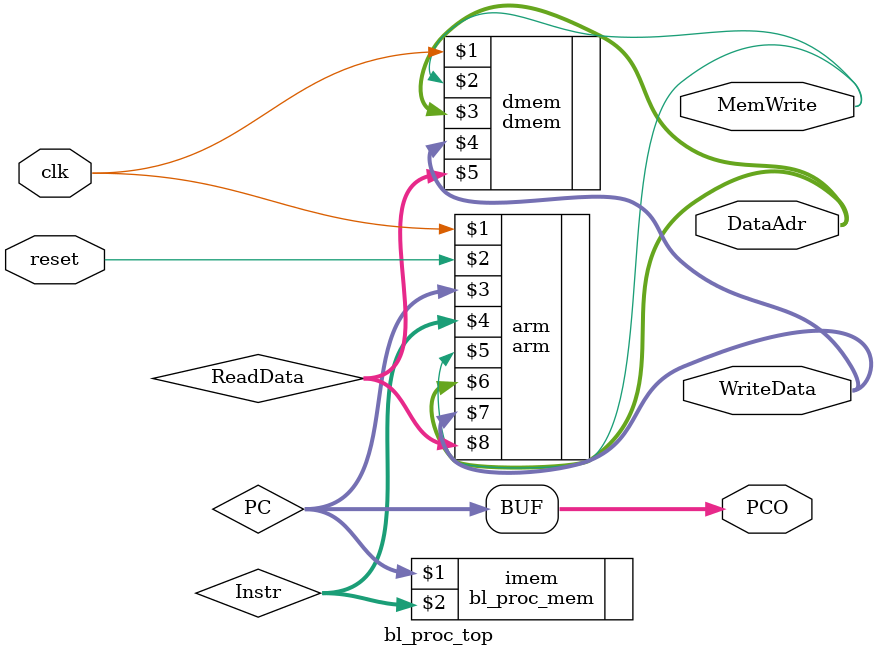
<source format=sv>
module bl_proc_top(
    input  logic clk, reset,
    output logic [31:0] DataAdr,
    output logic [31:0] WriteData,
    output logic MemWrite,
	output logic [31:0] PCO
    );

    logic [31:0] PC, Instr, ReadData;
	
	assign PCO = PC;

    // instantiate processor and memories
    arm  arm(clk, reset, PC, Instr, MemWrite, DataAdr, WriteData, ReadData);
    
    bl_proc_mem imem(PC, Instr);
    
	
    dmem dmem(clk, MemWrite, DataAdr, WriteData, ReadData);
    
endmodule

</source>
